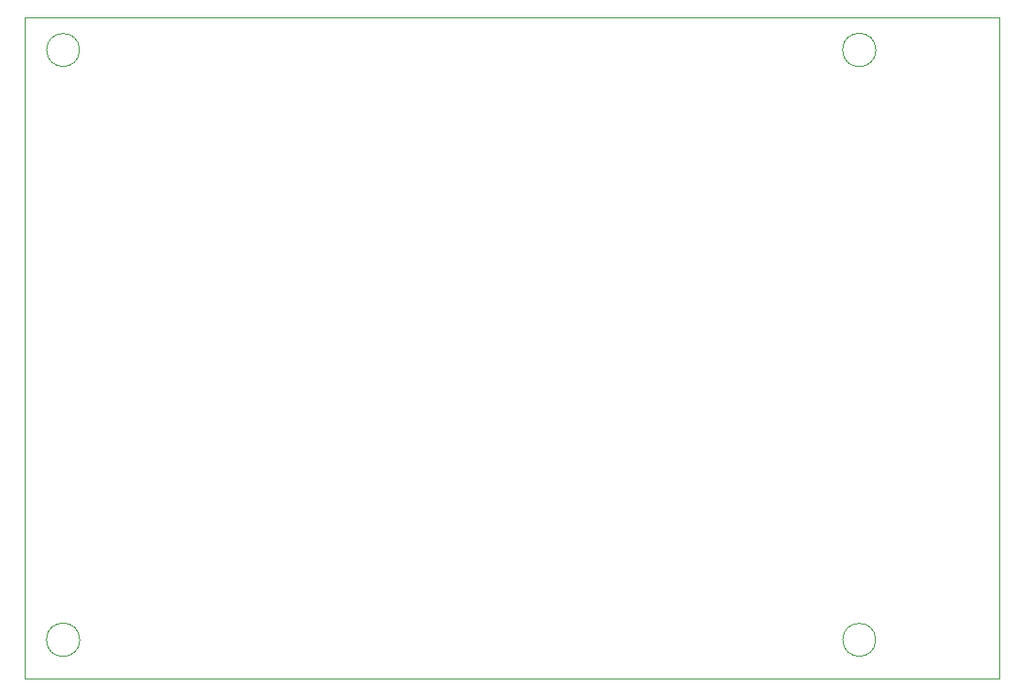
<source format=gbr>
G04 #@! TF.GenerationSoftware,KiCad,Pcbnew,5.1.9*
G04 #@! TF.CreationDate,2021-04-04T11:54:02+02:00*
G04 #@! TF.ProjectId,Robot volledig,526f626f-7420-4766-9f6c-6c656469672e,rev?*
G04 #@! TF.SameCoordinates,Original*
G04 #@! TF.FileFunction,Profile,NP*
%FSLAX46Y46*%
G04 Gerber Fmt 4.6, Leading zero omitted, Abs format (unit mm)*
G04 Created by KiCad (PCBNEW 5.1.9) date 2021-04-04 11:54:02*
%MOMM*%
%LPD*%
G01*
G04 APERTURE LIST*
G04 #@! TA.AperFunction,Profile*
%ADD10C,0.050000*%
G04 #@! TD*
G04 APERTURE END LIST*
D10*
X207010000Y-65786000D02*
X204216000Y-65786000D01*
X207010000Y-127000000D02*
X207010000Y-65786000D01*
X204216000Y-127000000D02*
X207010000Y-127000000D01*
X121920000Y-68834000D02*
G75*
G03*
X121920000Y-68834000I-1524000J0D01*
G01*
X121941022Y-123444000D02*
G75*
G03*
X121941022Y-123444000I-1545022J0D01*
G01*
X116840000Y-127000000D02*
X204216000Y-127000000D01*
X116840000Y-65786000D02*
X124206000Y-65786000D01*
X116840000Y-127000000D02*
X116840000Y-65786000D01*
X195601022Y-68834000D02*
G75*
G03*
X195601022Y-68834000I-1545022J0D01*
G01*
X195580000Y-123444000D02*
G75*
G03*
X195580000Y-123444000I-1524000J0D01*
G01*
X124206000Y-65786000D02*
X204216000Y-65786000D01*
M02*

</source>
